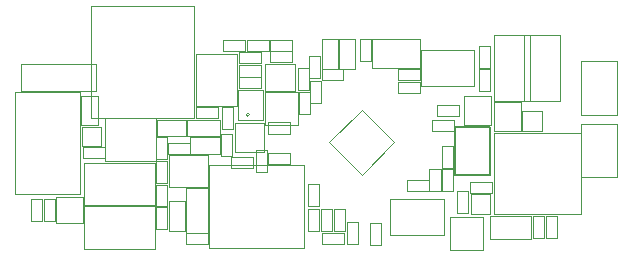
<source format=gbr>
G04 #@! TF.GenerationSoftware,KiCad,Pcbnew,(6.0.7)*
G04 #@! TF.CreationDate,2022-09-05T10:31:39-04:00*
G04 #@! TF.ProjectId,quickfeather-board,71756963-6b66-4656-9174-6865722d626f,rev?*
G04 #@! TF.SameCoordinates,Original*
G04 #@! TF.FileFunction,Other,User*
%FSLAX46Y46*%
G04 Gerber Fmt 4.6, Leading zero omitted, Abs format (unit mm)*
G04 Created by KiCad (PCBNEW (6.0.7)) date 2022-09-05 10:31:39*
%MOMM*%
%LPD*%
G01*
G04 APERTURE LIST*
%ADD10C,0.050000*%
%ADD11C,0.100000*%
%ADD12C,0.150000*%
G04 APERTURE END LIST*
D10*
X134860300Y-102901700D02*
X134860300Y-106551700D01*
X130610300Y-102901700D02*
X134860300Y-102901700D01*
X134860300Y-106551700D02*
X130610300Y-106551700D01*
X130610300Y-106551700D02*
X130610300Y-102901700D01*
X123425000Y-100576700D02*
X123425000Y-98276700D01*
X129775000Y-98276700D02*
X129775000Y-100576700D01*
X129775000Y-100576700D02*
X123425000Y-100576700D01*
X129775000Y-98276700D02*
X123425000Y-98276700D01*
X135870000Y-106390000D02*
X134930000Y-106390000D01*
X134930000Y-104530000D02*
X135870000Y-104530000D01*
X135870000Y-104530000D02*
X135870000Y-106390000D01*
X134930000Y-106390000D02*
X134930000Y-104530000D01*
X137530000Y-103020000D02*
X137530000Y-104440000D01*
X140330000Y-103020000D02*
X137530000Y-103020000D01*
X140330000Y-104440000D02*
X137530000Y-104440000D01*
X140330000Y-103020000D02*
X140330000Y-104440000D01*
X153220000Y-98630000D02*
X153220000Y-96230000D01*
X157240000Y-98630000D02*
X157240000Y-96230000D01*
X153220000Y-98630000D02*
X157240000Y-98630000D01*
X153220000Y-96230000D02*
X157240000Y-96230000D01*
X155360000Y-99680000D02*
X155360000Y-98740000D01*
X157220000Y-99680000D02*
X155360000Y-99680000D01*
X155360000Y-98740000D02*
X157220000Y-98740000D01*
X157220000Y-98740000D02*
X157220000Y-99680000D01*
X147960000Y-101580000D02*
X147960000Y-99720000D01*
X148900000Y-99720000D02*
X148900000Y-101580000D01*
X148900000Y-101580000D02*
X147960000Y-101580000D01*
X147960000Y-99720000D02*
X148900000Y-99720000D01*
X137440000Y-112640000D02*
X139300000Y-112640000D01*
X139300000Y-113580000D02*
X137440000Y-113580000D01*
X139300000Y-112640000D02*
X139300000Y-113580000D01*
X137440000Y-113580000D02*
X137440000Y-112640000D01*
X150940300Y-110621700D02*
X150940300Y-112481700D01*
X150940300Y-112481700D02*
X150000300Y-112481700D01*
X150000300Y-110621700D02*
X150940300Y-110621700D01*
X150000300Y-112481700D02*
X150000300Y-110621700D01*
X148690000Y-110310000D02*
X147750000Y-110310000D01*
X148690000Y-108450000D02*
X148690000Y-110310000D01*
X147750000Y-108450000D02*
X148690000Y-108450000D01*
X147750000Y-110310000D02*
X147750000Y-108450000D01*
X147780000Y-112450000D02*
X147780000Y-110590000D01*
X148720000Y-112450000D02*
X147780000Y-112450000D01*
X147780000Y-110590000D02*
X148720000Y-110590000D01*
X148720000Y-110590000D02*
X148720000Y-112450000D01*
X144381000Y-104193000D02*
X144381000Y-103253000D01*
X146241000Y-104193000D02*
X144381000Y-104193000D01*
X146241000Y-103253000D02*
X146241000Y-104193000D01*
X144381000Y-103253000D02*
X146241000Y-103253000D01*
X148770000Y-97670000D02*
X148770000Y-99530000D01*
X148770000Y-99530000D02*
X147830000Y-99530000D01*
X147830000Y-99530000D02*
X147830000Y-97670000D01*
X147830000Y-97670000D02*
X148770000Y-97670000D01*
X140510000Y-103775000D02*
X140510000Y-101915000D01*
X140510000Y-101915000D02*
X141450000Y-101915000D01*
X141450000Y-101915000D02*
X141450000Y-103775000D01*
X141450000Y-103775000D02*
X140510000Y-103775000D01*
X130275000Y-103625000D02*
X130275000Y-105275000D01*
X128625000Y-103625000D02*
X130275000Y-103625000D01*
X128625000Y-105275000D02*
X128625000Y-103625000D01*
X130275000Y-105275000D02*
X128625000Y-105275000D01*
X128695300Y-106296700D02*
X128695300Y-105356700D01*
X128695300Y-105356700D02*
X130555300Y-105356700D01*
X130555300Y-105356700D02*
X130555300Y-106296700D01*
X130555300Y-106296700D02*
X128695300Y-106296700D01*
X144560000Y-98140000D02*
X144560000Y-97200000D01*
X146420000Y-98140000D02*
X144560000Y-98140000D01*
X144560000Y-97200000D02*
X146420000Y-97200000D01*
X146420000Y-97200000D02*
X146420000Y-98140000D01*
X153130000Y-96220000D02*
X153130000Y-98080000D01*
X152190000Y-96220000D02*
X153130000Y-96220000D01*
X152190000Y-98080000D02*
X152190000Y-96220000D01*
X153130000Y-98080000D02*
X152190000Y-98080000D01*
X150770000Y-99700000D02*
X148910000Y-99700000D01*
X148910000Y-99700000D02*
X148910000Y-98760000D01*
X150770000Y-98760000D02*
X150770000Y-99700000D01*
X148910000Y-98760000D02*
X150770000Y-98760000D01*
X158270000Y-103050000D02*
X160130000Y-103050000D01*
X160130000Y-103050000D02*
X160130000Y-103990000D01*
X158270000Y-103990000D02*
X158270000Y-103050000D01*
X160130000Y-103990000D02*
X158270000Y-103990000D01*
X148940000Y-98560000D02*
X148940000Y-96340000D01*
X150360000Y-96340000D02*
X150360000Y-98560000D01*
X150360000Y-98700000D02*
X148940000Y-98700000D01*
X148940000Y-96200000D02*
X150360000Y-96200000D01*
X150360000Y-96340000D02*
X150360000Y-96200000D01*
X148940000Y-98560000D02*
X148940000Y-98700000D01*
X148940000Y-96340000D02*
X148940000Y-96200000D01*
X150360000Y-98560000D02*
X150360000Y-98700000D01*
X146245000Y-106790000D02*
X144385000Y-106790000D01*
X144385000Y-106790000D02*
X144385000Y-105850000D01*
X144385000Y-105850000D02*
X146245000Y-105850000D01*
X146245000Y-105850000D02*
X146245000Y-106790000D01*
X150330000Y-98560000D02*
X150330000Y-96340000D01*
X151750000Y-96340000D02*
X151750000Y-96200000D01*
X150330000Y-96200000D02*
X151750000Y-96200000D01*
X150330000Y-96340000D02*
X150330000Y-96200000D01*
X151750000Y-98700000D02*
X150330000Y-98700000D01*
X151750000Y-98560000D02*
X151750000Y-98700000D01*
X151750000Y-96340000D02*
X151750000Y-98560000D01*
X150330000Y-98560000D02*
X150330000Y-98700000D01*
X158040000Y-108120000D02*
X158040000Y-109060000D01*
X156180000Y-109060000D02*
X156180000Y-108120000D01*
X158040000Y-109060000D02*
X156180000Y-109060000D01*
X156180000Y-108120000D02*
X158040000Y-108120000D01*
X162250000Y-100600000D02*
X162250000Y-98740000D01*
X163190000Y-100600000D02*
X162250000Y-100600000D01*
X162250000Y-98740000D02*
X163190000Y-98740000D01*
X163190000Y-98740000D02*
X163190000Y-100600000D01*
X129419100Y-93400000D02*
X129419100Y-102900000D01*
X138119100Y-93400000D02*
X138119100Y-102900000D01*
X138119100Y-93400000D02*
X129419100Y-93400000D01*
X138119100Y-102900000D02*
X129419100Y-102900000D01*
X138270000Y-101950000D02*
X140130000Y-101950000D01*
X138270000Y-102890000D02*
X138270000Y-101950000D01*
X140130000Y-102890000D02*
X138270000Y-102890000D01*
X140130000Y-101950000D02*
X140130000Y-102890000D01*
X163480000Y-110973600D02*
X170840000Y-110973600D01*
X163480000Y-104113600D02*
X170840000Y-104113600D01*
X163480000Y-104113600D02*
X163480000Y-110973600D01*
X170840000Y-104113600D02*
X170840000Y-110973600D01*
X161460000Y-109210000D02*
X161460000Y-108270000D01*
X163320000Y-108270000D02*
X163320000Y-109210000D01*
X163320000Y-109210000D02*
X161460000Y-109210000D01*
X161460000Y-108270000D02*
X163320000Y-108270000D01*
X141940000Y-97320000D02*
X143800000Y-97320000D01*
X141940000Y-98260000D02*
X141940000Y-97320000D01*
X143800000Y-98260000D02*
X141940000Y-98260000D01*
X143800000Y-97320000D02*
X143800000Y-98260000D01*
X159100000Y-107140000D02*
X159100000Y-105280000D01*
X160040000Y-107140000D02*
X159100000Y-107140000D01*
X159100000Y-105280000D02*
X160040000Y-105280000D01*
X160040000Y-105280000D02*
X160040000Y-107140000D01*
X128830000Y-110250000D02*
X128830000Y-106650000D01*
X128830000Y-106650000D02*
X134830000Y-106650000D01*
X134830000Y-106650000D02*
X134830000Y-110250000D01*
X134830000Y-110250000D02*
X128830000Y-110250000D01*
X141940000Y-99380000D02*
X143800000Y-99380000D01*
X141940000Y-100320000D02*
X141940000Y-99380000D01*
X143800000Y-100320000D02*
X141940000Y-100320000D01*
X143800000Y-99380000D02*
X143800000Y-100320000D01*
D11*
X141830000Y-103053000D02*
X141830000Y-100515000D01*
X143980000Y-100515000D02*
X143980000Y-103053000D01*
X141830000Y-100515000D02*
X143980000Y-100515000D01*
X143980000Y-103053000D02*
X141830000Y-103053000D01*
X142830000Y-102603000D02*
G75*
G03*
X142830000Y-102603000I-150000J0D01*
G01*
D10*
X137450000Y-108830000D02*
X137450000Y-112630000D01*
X139310000Y-108830000D02*
X139310000Y-112630000D01*
X137450000Y-112630000D02*
X139310000Y-112630000D01*
X137450000Y-108830000D02*
X139310000Y-108830000D01*
X134920000Y-106520000D02*
X135860000Y-106520000D01*
X135860000Y-108380000D02*
X134920000Y-108380000D01*
X135860000Y-106520000D02*
X135860000Y-108380000D01*
X134920000Y-108380000D02*
X134920000Y-106520000D01*
X135960000Y-108750000D02*
X139260000Y-108750000D01*
X139260000Y-106050000D02*
X139260000Y-108750000D01*
X135960000Y-106050000D02*
X139260000Y-106050000D01*
X135960000Y-106050000D02*
X135960000Y-108750000D01*
X135850000Y-110450000D02*
X135850000Y-112310000D01*
X134910000Y-110450000D02*
X135850000Y-110450000D01*
X134910000Y-112310000D02*
X134910000Y-110450000D01*
X135850000Y-112310000D02*
X134910000Y-112310000D01*
X135870000Y-110370000D02*
X134930000Y-110370000D01*
X135870000Y-108510000D02*
X135870000Y-110370000D01*
X134930000Y-110370000D02*
X134930000Y-108510000D01*
X134930000Y-108510000D02*
X135870000Y-108510000D01*
X140160000Y-105910000D02*
X140300000Y-105910000D01*
X140300000Y-104490000D02*
X140300000Y-105910000D01*
X137940000Y-104490000D02*
X137800000Y-104490000D01*
X137940000Y-104490000D02*
X140160000Y-104490000D01*
X140160000Y-104490000D02*
X140300000Y-104490000D01*
X137800000Y-105910000D02*
X137800000Y-104490000D01*
X140160000Y-105910000D02*
X137940000Y-105910000D01*
X137940000Y-105910000D02*
X137800000Y-105910000D01*
X135970000Y-112290000D02*
X135970000Y-110070000D01*
X137390000Y-112290000D02*
X137390000Y-112430000D01*
X137390000Y-110070000D02*
X137390000Y-109930000D01*
X135970000Y-109930000D02*
X137390000Y-109930000D01*
X135970000Y-112290000D02*
X135970000Y-112430000D01*
X137390000Y-112430000D02*
X135970000Y-112430000D01*
X137390000Y-110070000D02*
X137390000Y-112290000D01*
X135970000Y-110070000D02*
X135970000Y-109930000D01*
X128580000Y-101120000D02*
X128580000Y-100980000D01*
X128580000Y-103340000D02*
X128580000Y-101120000D01*
X130000000Y-103480000D02*
X128580000Y-103480000D01*
X130000000Y-103340000D02*
X130000000Y-103480000D01*
X128580000Y-103340000D02*
X128580000Y-103480000D01*
X130000000Y-101120000D02*
X130000000Y-100980000D01*
X130000000Y-101120000D02*
X130000000Y-103340000D01*
X128580000Y-100980000D02*
X130000000Y-100980000D01*
X143790000Y-99370000D02*
X141930000Y-99370000D01*
X143790000Y-98430000D02*
X143790000Y-99370000D01*
X141930000Y-98430000D02*
X143790000Y-98430000D01*
X141930000Y-99370000D02*
X141930000Y-98430000D01*
X147010000Y-100640000D02*
X147950000Y-100640000D01*
X147950000Y-100640000D02*
X147950000Y-102500000D01*
X147950000Y-102500000D02*
X147010000Y-102500000D01*
X147010000Y-102500000D02*
X147010000Y-100640000D01*
X165925000Y-103965000D02*
X165925000Y-102315000D01*
X165925000Y-102315000D02*
X167575000Y-102315000D01*
X167575000Y-103965000D02*
X165925000Y-103965000D01*
X167575000Y-102315000D02*
X167575000Y-103965000D01*
X134940000Y-104430000D02*
X134940000Y-103010000D01*
X137300000Y-104430000D02*
X137440000Y-104430000D01*
X137440000Y-103010000D02*
X137440000Y-104430000D01*
X135080000Y-104430000D02*
X134940000Y-104430000D01*
X137300000Y-103010000D02*
X137440000Y-103010000D01*
X137300000Y-104430000D02*
X135080000Y-104430000D01*
X135080000Y-103010000D02*
X137300000Y-103010000D01*
X135080000Y-103010000D02*
X134940000Y-103010000D01*
X148890000Y-112470000D02*
X148890000Y-110610000D01*
X149830000Y-112470000D02*
X148890000Y-112470000D01*
X149830000Y-110610000D02*
X149830000Y-112470000D01*
X148890000Y-110610000D02*
X149830000Y-110610000D01*
X159090000Y-109070000D02*
X159090000Y-107210000D01*
X159090000Y-107210000D02*
X160030000Y-107210000D01*
X160030000Y-107210000D02*
X160030000Y-109070000D01*
X160030000Y-109070000D02*
X159090000Y-109070000D01*
X167910000Y-113030000D02*
X167910000Y-111170000D01*
X168850000Y-113030000D02*
X167910000Y-113030000D01*
X168850000Y-111170000D02*
X168850000Y-113030000D01*
X167910000Y-111170000D02*
X168850000Y-111170000D01*
X125270000Y-111620000D02*
X124330000Y-111620000D01*
X124330000Y-109760000D02*
X125270000Y-109760000D01*
X125270000Y-109760000D02*
X125270000Y-111620000D01*
X124330000Y-111620000D02*
X124330000Y-109760000D01*
X158990000Y-109060000D02*
X158050000Y-109060000D01*
X158050000Y-107200000D02*
X158990000Y-107200000D01*
X158990000Y-107200000D02*
X158990000Y-109060000D01*
X158050000Y-109060000D02*
X158050000Y-107200000D01*
X144050000Y-105770000D02*
X141550000Y-105770000D01*
X144050000Y-103270000D02*
X144050000Y-105770000D01*
X141550000Y-103270000D02*
X144050000Y-103270000D01*
X141550000Y-105770000D02*
X141550000Y-103270000D01*
X141371000Y-106123000D02*
X140431000Y-106123000D01*
X140431000Y-104263000D02*
X141371000Y-104263000D01*
X140431000Y-106123000D02*
X140431000Y-104263000D01*
X141371000Y-104263000D02*
X141371000Y-106123000D01*
X143371000Y-107423000D02*
X143371000Y-105563000D01*
X143371000Y-105563000D02*
X144311000Y-105563000D01*
X144311000Y-105563000D02*
X144311000Y-107423000D01*
X144311000Y-107423000D02*
X143371000Y-107423000D01*
X143111000Y-107093000D02*
X141251000Y-107093000D01*
X141251000Y-106153000D02*
X143111000Y-106153000D01*
X143111000Y-106153000D02*
X143111000Y-107093000D01*
X141251000Y-107093000D02*
X141251000Y-106153000D01*
X169071000Y-95863000D02*
X166031000Y-95863000D01*
X166031000Y-101443000D02*
X166031000Y-95863000D01*
X169071000Y-101443000D02*
X166031000Y-101443000D01*
X169071000Y-101443000D02*
X169071000Y-95863000D01*
X167740300Y-111171700D02*
X167740300Y-113031700D01*
X166800300Y-111171700D02*
X167740300Y-111171700D01*
X167740300Y-113031700D02*
X166800300Y-113031700D01*
X166800300Y-113031700D02*
X166800300Y-111171700D01*
X128830000Y-113950000D02*
X128830000Y-110350000D01*
X134830000Y-113950000D02*
X128830000Y-113950000D01*
X134830000Y-110350000D02*
X134830000Y-113950000D01*
X128830000Y-110350000D02*
X134830000Y-110350000D01*
X144130000Y-100590000D02*
X144130000Y-98290000D01*
X146630000Y-98290000D02*
X146630000Y-100590000D01*
X144130000Y-98290000D02*
X146630000Y-98290000D01*
X146630000Y-100590000D02*
X144130000Y-100590000D01*
X163490000Y-101510000D02*
X165790000Y-101510000D01*
X165790000Y-104010000D02*
X163490000Y-104010000D01*
X163490000Y-104010000D02*
X163490000Y-101510000D01*
X165790000Y-101510000D02*
X165790000Y-104010000D01*
X163240000Y-103480000D02*
X160940000Y-103480000D01*
X163240000Y-100980000D02*
X163240000Y-103480000D01*
X160940000Y-103480000D02*
X160940000Y-100980000D01*
X160940000Y-100980000D02*
X163240000Y-100980000D01*
X166531100Y-101443600D02*
X163491100Y-101443600D01*
X166531100Y-95863600D02*
X163491100Y-95863600D01*
X166531100Y-101443600D02*
X166531100Y-95863600D01*
X163491100Y-101443600D02*
X163491100Y-95863600D01*
X162260000Y-96770000D02*
X163200000Y-96770000D01*
X163200000Y-98630000D02*
X162260000Y-98630000D01*
X162260000Y-98630000D02*
X162260000Y-96770000D01*
X163200000Y-96770000D02*
X163200000Y-98630000D01*
X144540000Y-97220000D02*
X144540000Y-96280000D01*
X146400000Y-96280000D02*
X146400000Y-97220000D01*
X144540000Y-96280000D02*
X146400000Y-96280000D01*
X146400000Y-97220000D02*
X144540000Y-97220000D01*
X142570000Y-96270000D02*
X144430000Y-96270000D01*
X142570000Y-97210000D02*
X142570000Y-96270000D01*
X144430000Y-97210000D02*
X142570000Y-97210000D01*
X144430000Y-96270000D02*
X144430000Y-97210000D01*
X142470000Y-96280000D02*
X142470000Y-97220000D01*
X140610000Y-97220000D02*
X140610000Y-96280000D01*
X142470000Y-97220000D02*
X140610000Y-97220000D01*
X140610000Y-96280000D02*
X142470000Y-96280000D01*
X154740000Y-112810000D02*
X154740000Y-109710000D01*
X159240000Y-109710000D02*
X154740000Y-109710000D01*
X154740000Y-112810000D02*
X159240000Y-112810000D01*
X159240000Y-109710000D02*
X159240000Y-112810000D01*
X170861000Y-98093000D02*
X170861000Y-102593000D01*
X173961000Y-102593000D02*
X173961000Y-98093000D01*
X170861000Y-98093000D02*
X173961000Y-98093000D01*
X173961000Y-102593000D02*
X170861000Y-102593000D01*
D12*
X161690000Y-103670000D02*
X163190000Y-103670000D01*
X163190000Y-103670000D02*
X163190000Y-107700000D01*
X160890000Y-107700000D02*
X160190000Y-107700000D01*
X160190000Y-107700000D02*
X160190000Y-103670000D01*
X160190000Y-103670000D02*
X161700000Y-103670000D01*
X160890000Y-107700000D02*
X163190000Y-107700000D01*
D10*
X157260000Y-99790000D02*
X157260000Y-100730000D01*
X155400000Y-100730000D02*
X155400000Y-99790000D01*
X157260000Y-100730000D02*
X155400000Y-100730000D01*
X155400000Y-99790000D02*
X157260000Y-99790000D01*
X158720000Y-102720000D02*
X158720000Y-101780000D01*
X160580000Y-102720000D02*
X158720000Y-102720000D01*
X158720000Y-101780000D02*
X160580000Y-101780000D01*
X160580000Y-101780000D02*
X160580000Y-102720000D01*
X161555000Y-109345000D02*
X163205000Y-109345000D01*
X161555000Y-110995000D02*
X161555000Y-109345000D01*
X163205000Y-110995000D02*
X161555000Y-110995000D01*
X163205000Y-109345000D02*
X163205000Y-110995000D01*
X141750000Y-101830000D02*
X141750000Y-97430000D01*
X138250000Y-101830000D02*
X141750000Y-101830000D01*
X138250000Y-97430000D02*
X138250000Y-101830000D01*
X141750000Y-97430000D02*
X138250000Y-97430000D01*
X157350000Y-100190000D02*
X157350000Y-97090000D01*
X161850000Y-97090000D02*
X157350000Y-97090000D01*
X161850000Y-97090000D02*
X161850000Y-100190000D01*
X157350000Y-100190000D02*
X161850000Y-100190000D01*
X146947000Y-103467000D02*
X144153000Y-103467000D01*
X146947000Y-100673000D02*
X146947000Y-103467000D01*
X144153000Y-100673000D02*
X144153000Y-103467000D01*
X146947000Y-100673000D02*
X144153000Y-100673000D01*
X162593000Y-114021000D02*
X159799000Y-114021000D01*
X159799000Y-111227000D02*
X159799000Y-114021000D01*
X162593000Y-111227000D02*
X159799000Y-111227000D01*
X162593000Y-111227000D02*
X162593000Y-114021000D01*
X160380000Y-110960000D02*
X160380000Y-109100000D01*
X160380000Y-109100000D02*
X161320000Y-109100000D01*
X161320000Y-109100000D02*
X161320000Y-110960000D01*
X161320000Y-110960000D02*
X160380000Y-110960000D01*
X146880000Y-100540000D02*
X146880000Y-98680000D01*
X146880000Y-98680000D02*
X147820000Y-98680000D01*
X147820000Y-98680000D02*
X147820000Y-100540000D01*
X147820000Y-100540000D02*
X146880000Y-100540000D01*
X163145300Y-111151700D02*
X166645300Y-111151700D01*
X163145300Y-113151700D02*
X163145300Y-111151700D01*
X166645300Y-113151700D02*
X163145300Y-113151700D01*
X166645300Y-111151700D02*
X166645300Y-113151700D01*
X170861000Y-103393000D02*
X170861000Y-107893000D01*
X173961000Y-107893000D02*
X173961000Y-103393000D01*
X170861000Y-103393000D02*
X173961000Y-103393000D01*
X173961000Y-107893000D02*
X170861000Y-107893000D01*
X139400000Y-106900000D02*
X147400000Y-106900000D01*
X147400000Y-106900000D02*
X147400000Y-113900000D01*
X147400000Y-113900000D02*
X139400000Y-113900000D01*
X139400000Y-113900000D02*
X139400000Y-106900000D01*
X125400300Y-109771700D02*
X126340300Y-109771700D01*
X126340300Y-109771700D02*
X126340300Y-111631700D01*
X125400300Y-111631700D02*
X125400300Y-109771700D01*
X126340300Y-111631700D02*
X125400300Y-111631700D01*
X128695060Y-109601700D02*
X126395060Y-109601700D01*
X128695060Y-109601700D02*
X128695060Y-111801700D01*
X128695060Y-111801700D02*
X126395060Y-111801700D01*
X126395060Y-109601700D02*
X126395060Y-111801700D01*
X137775300Y-104956700D02*
X137775300Y-105896700D01*
X137775300Y-105896700D02*
X135915300Y-105896700D01*
X135915300Y-105896700D02*
X135915300Y-104956700D01*
X135915300Y-104956700D02*
X137775300Y-104956700D01*
X128490000Y-100653600D02*
X128490000Y-109353600D01*
X122990000Y-109353600D02*
X128490000Y-109353600D01*
X122990000Y-100653600D02*
X128490000Y-100653600D01*
X122990000Y-100653600D02*
X122990000Y-109353600D01*
X150775300Y-112631700D02*
X150775300Y-113571700D01*
X150775300Y-113571700D02*
X148915300Y-113571700D01*
X148915300Y-113571700D02*
X148915300Y-112631700D01*
X148915300Y-112631700D02*
X150775300Y-112631700D01*
X153025300Y-111796700D02*
X153965300Y-111796700D01*
X153965300Y-111796700D02*
X153965300Y-113656700D01*
X153025300Y-113656700D02*
X153025300Y-111796700D01*
X153965300Y-113656700D02*
X153025300Y-113656700D01*
X151100300Y-111721700D02*
X152040300Y-111721700D01*
X152040300Y-111721700D02*
X152040300Y-113581700D01*
X151100300Y-113581700D02*
X151100300Y-111721700D01*
X152040300Y-113581700D02*
X151100300Y-113581700D01*
X149569584Y-104948700D02*
X152327300Y-102190984D01*
X152327300Y-107706416D02*
X149569584Y-104948700D01*
X155085016Y-104948700D02*
X152327300Y-107706416D01*
X152327300Y-102190984D02*
X155085016Y-104948700D01*
M02*

</source>
